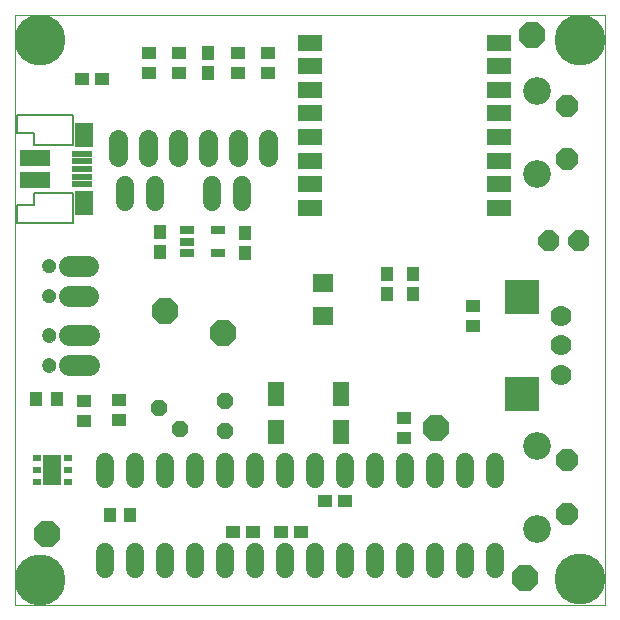
<source format=gbs>
G75*
%MOIN*%
%OFA0B0*%
%FSLAX24Y24*%
%IPPOS*%
%LPD*%
%AMOC8*
5,1,8,0,0,1.08239X$1,22.5*
%
%ADD10C,0.0000*%
%ADD11R,0.0670X0.0591*%
%ADD12R,0.0434X0.0473*%
%ADD13R,0.0473X0.0434*%
%ADD14R,0.0512X0.0257*%
%ADD15R,0.0552X0.0788*%
%ADD16R,0.0713X0.0197*%
%ADD17R,0.0615X0.0827*%
%ADD18R,0.1024X0.0581*%
%ADD19C,0.0050*%
%ADD20C,0.0600*%
%ADD21OC8,0.0700*%
%ADD22OC8,0.0890*%
%ADD23OC8,0.0740*%
%ADD24C,0.0925*%
%ADD25C,0.0700*%
%ADD26R,0.1142X0.1142*%
%ADD27C,0.0640*%
%ADD28C,0.0690*%
%ADD29C,0.0473*%
%ADD30OC8,0.0560*%
%ADD31R,0.0276X0.0197*%
%ADD32R,0.0631X0.0985*%
%ADD33R,0.0827X0.0552*%
%ADD34C,0.1700*%
D10*
X000350Y000350D02*
X000350Y020035D01*
X020035Y020035D01*
X020035Y000350D01*
X000350Y000350D01*
X001267Y008344D02*
X001269Y008373D01*
X001275Y008401D01*
X001284Y008429D01*
X001297Y008455D01*
X001314Y008478D01*
X001333Y008500D01*
X001355Y008519D01*
X001380Y008534D01*
X001406Y008547D01*
X001434Y008555D01*
X001462Y008560D01*
X001491Y008561D01*
X001520Y008558D01*
X001548Y008551D01*
X001575Y008541D01*
X001601Y008527D01*
X001624Y008510D01*
X001645Y008490D01*
X001663Y008467D01*
X001678Y008442D01*
X001689Y008415D01*
X001697Y008387D01*
X001701Y008358D01*
X001701Y008330D01*
X001697Y008301D01*
X001689Y008273D01*
X001678Y008246D01*
X001663Y008221D01*
X001645Y008198D01*
X001624Y008178D01*
X001601Y008161D01*
X001575Y008147D01*
X001548Y008137D01*
X001520Y008130D01*
X001491Y008127D01*
X001462Y008128D01*
X001434Y008133D01*
X001406Y008141D01*
X001380Y008154D01*
X001355Y008169D01*
X001333Y008188D01*
X001314Y008210D01*
X001297Y008233D01*
X001284Y008259D01*
X001275Y008287D01*
X001269Y008315D01*
X001267Y008344D01*
X001267Y009344D02*
X001269Y009373D01*
X001275Y009401D01*
X001284Y009429D01*
X001297Y009455D01*
X001314Y009478D01*
X001333Y009500D01*
X001355Y009519D01*
X001380Y009534D01*
X001406Y009547D01*
X001434Y009555D01*
X001462Y009560D01*
X001491Y009561D01*
X001520Y009558D01*
X001548Y009551D01*
X001575Y009541D01*
X001601Y009527D01*
X001624Y009510D01*
X001645Y009490D01*
X001663Y009467D01*
X001678Y009442D01*
X001689Y009415D01*
X001697Y009387D01*
X001701Y009358D01*
X001701Y009330D01*
X001697Y009301D01*
X001689Y009273D01*
X001678Y009246D01*
X001663Y009221D01*
X001645Y009198D01*
X001624Y009178D01*
X001601Y009161D01*
X001575Y009147D01*
X001548Y009137D01*
X001520Y009130D01*
X001491Y009127D01*
X001462Y009128D01*
X001434Y009133D01*
X001406Y009141D01*
X001380Y009154D01*
X001355Y009169D01*
X001333Y009188D01*
X001314Y009210D01*
X001297Y009233D01*
X001284Y009259D01*
X001275Y009287D01*
X001269Y009315D01*
X001267Y009344D01*
X001259Y010670D02*
X001261Y010699D01*
X001267Y010727D01*
X001276Y010755D01*
X001289Y010781D01*
X001306Y010804D01*
X001325Y010826D01*
X001347Y010845D01*
X001372Y010860D01*
X001398Y010873D01*
X001426Y010881D01*
X001454Y010886D01*
X001483Y010887D01*
X001512Y010884D01*
X001540Y010877D01*
X001567Y010867D01*
X001593Y010853D01*
X001616Y010836D01*
X001637Y010816D01*
X001655Y010793D01*
X001670Y010768D01*
X001681Y010741D01*
X001689Y010713D01*
X001693Y010684D01*
X001693Y010656D01*
X001689Y010627D01*
X001681Y010599D01*
X001670Y010572D01*
X001655Y010547D01*
X001637Y010524D01*
X001616Y010504D01*
X001593Y010487D01*
X001567Y010473D01*
X001540Y010463D01*
X001512Y010456D01*
X001483Y010453D01*
X001454Y010454D01*
X001426Y010459D01*
X001398Y010467D01*
X001372Y010480D01*
X001347Y010495D01*
X001325Y010514D01*
X001306Y010536D01*
X001289Y010559D01*
X001276Y010585D01*
X001267Y010613D01*
X001261Y010641D01*
X001259Y010670D01*
X001259Y011670D02*
X001261Y011699D01*
X001267Y011727D01*
X001276Y011755D01*
X001289Y011781D01*
X001306Y011804D01*
X001325Y011826D01*
X001347Y011845D01*
X001372Y011860D01*
X001398Y011873D01*
X001426Y011881D01*
X001454Y011886D01*
X001483Y011887D01*
X001512Y011884D01*
X001540Y011877D01*
X001567Y011867D01*
X001593Y011853D01*
X001616Y011836D01*
X001637Y011816D01*
X001655Y011793D01*
X001670Y011768D01*
X001681Y011741D01*
X001689Y011713D01*
X001693Y011684D01*
X001693Y011656D01*
X001689Y011627D01*
X001681Y011599D01*
X001670Y011572D01*
X001655Y011547D01*
X001637Y011524D01*
X001616Y011504D01*
X001593Y011487D01*
X001567Y011473D01*
X001540Y011463D01*
X001512Y011456D01*
X001483Y011453D01*
X001454Y011454D01*
X001426Y011459D01*
X001398Y011467D01*
X001372Y011480D01*
X001347Y011495D01*
X001325Y011514D01*
X001306Y011536D01*
X001289Y011559D01*
X001276Y011585D01*
X001267Y011613D01*
X001261Y011641D01*
X001259Y011670D01*
D11*
X010635Y011106D03*
X010635Y010003D03*
D12*
X012755Y010712D03*
X012755Y011381D03*
X013618Y011377D03*
X013618Y010708D03*
X008032Y012093D03*
X008032Y012762D03*
X005179Y012786D03*
X005179Y012117D03*
X001741Y007228D03*
X001072Y007228D03*
X003515Y003350D03*
X004185Y003350D03*
X006789Y018089D03*
X006789Y018758D03*
D13*
X007787Y018758D03*
X008807Y018758D03*
X008807Y018089D03*
X007787Y018089D03*
X005812Y018089D03*
X004812Y018089D03*
X004812Y018758D03*
X005812Y018758D03*
X003258Y017886D03*
X002589Y017886D03*
X015613Y010319D03*
X015613Y009650D03*
X013327Y006585D03*
X013327Y005916D03*
X011372Y003824D03*
X010703Y003824D03*
X009905Y002795D03*
X009236Y002795D03*
X008277Y002805D03*
X007608Y002805D03*
X003812Y006508D03*
X002669Y006501D03*
X002669Y007170D03*
X003812Y007177D03*
D14*
X006095Y012096D03*
X006095Y012470D03*
X006095Y012844D03*
X007119Y012844D03*
X007119Y012096D03*
D15*
X009049Y007385D03*
X011214Y007385D03*
X011214Y006125D03*
X009049Y006125D03*
D16*
X002598Y014382D03*
X002598Y014638D03*
X002598Y014894D03*
X002598Y015150D03*
X002598Y015406D03*
D17*
X002649Y016036D03*
X002649Y013752D03*
D18*
X001011Y014525D03*
X001011Y015263D03*
D19*
X000980Y015675D02*
X002287Y015675D01*
X002287Y016688D01*
X001267Y016688D01*
X001271Y016688D01*
X000440Y016688D01*
X000437Y016104D01*
X000980Y016104D01*
X000980Y015675D01*
X000980Y014107D02*
X002287Y014107D01*
X002287Y013093D01*
X001267Y013093D01*
X001267Y013092D01*
X000437Y013092D01*
X000437Y013677D01*
X000980Y013677D01*
X000980Y014107D01*
D20*
X004021Y014350D02*
X004021Y013790D01*
X005021Y013790D02*
X005021Y014350D01*
X006916Y014343D02*
X006916Y013783D01*
X007916Y013783D02*
X007916Y014343D01*
X008350Y005130D02*
X008350Y004570D01*
X009350Y004570D02*
X009350Y005130D01*
X010350Y005130D02*
X010350Y004570D01*
X011350Y004570D02*
X011350Y005130D01*
X012350Y005130D02*
X012350Y004570D01*
X013350Y004570D02*
X013350Y005130D01*
X014350Y005130D02*
X014350Y004570D01*
X015350Y004570D02*
X015350Y005130D01*
X016350Y005130D02*
X016350Y004570D01*
X016350Y002130D02*
X016350Y001570D01*
X015350Y001570D02*
X015350Y002130D01*
X014350Y002130D02*
X014350Y001570D01*
X013350Y001570D02*
X013350Y002130D01*
X012350Y002130D02*
X012350Y001570D01*
X011350Y001570D02*
X011350Y002130D01*
X010350Y002130D02*
X010350Y001570D01*
X009350Y001570D02*
X009350Y002130D01*
X008350Y002130D02*
X008350Y001570D01*
X007350Y001570D02*
X007350Y002130D01*
X006350Y002130D02*
X006350Y001570D01*
X005350Y001570D02*
X005350Y002130D01*
X004350Y002130D02*
X004350Y001570D01*
X003350Y001570D02*
X003350Y002130D01*
X003350Y004570D02*
X003350Y005130D01*
X004350Y005130D02*
X004350Y004570D01*
X005350Y004570D02*
X005350Y005130D01*
X006350Y005130D02*
X006350Y004570D01*
X007350Y004570D02*
X007350Y005130D01*
D21*
X018157Y012502D03*
X019157Y012502D03*
D22*
X014380Y006269D03*
X007280Y009422D03*
X005350Y010143D03*
X001413Y002712D03*
X017371Y001258D03*
X017600Y019350D03*
D23*
X018753Y016988D03*
X018753Y015208D03*
X018753Y005177D03*
X018753Y003397D03*
D24*
X017773Y002907D03*
X017773Y005667D03*
X017773Y014718D03*
X017773Y017478D03*
D25*
X018568Y009996D03*
X018568Y009011D03*
X018568Y008027D03*
D26*
X017268Y007397D03*
X017268Y010626D03*
D27*
X008804Y015289D02*
X008804Y015889D01*
X007804Y015889D02*
X007804Y015289D01*
X006804Y015289D02*
X006804Y015889D01*
X005804Y015889D02*
X005804Y015289D01*
X004804Y015289D02*
X004804Y015889D01*
X003804Y015889D02*
X003804Y015289D01*
D28*
X002801Y011670D02*
X002151Y011670D01*
X002151Y010670D02*
X002801Y010670D01*
X002809Y009344D02*
X002160Y009344D01*
X002160Y008344D02*
X002809Y008344D01*
D29*
X001484Y008344D03*
X001484Y009344D03*
X001476Y010670D03*
X001476Y011670D03*
D30*
X007351Y007170D03*
X007351Y006170D03*
X005853Y006230D03*
X005153Y006930D03*
D31*
X002112Y005244D03*
X002112Y004850D03*
X002112Y004456D03*
X001088Y004456D03*
X001088Y004850D03*
X001088Y005244D03*
D32*
X001600Y004850D03*
D33*
X010200Y013594D03*
X010200Y014381D03*
X010200Y015169D03*
X010200Y015956D03*
X010200Y016744D03*
X010200Y017531D03*
X010200Y018319D03*
X010200Y019106D03*
X016500Y019106D03*
X016500Y018319D03*
X016500Y017531D03*
X016500Y016744D03*
X016500Y015956D03*
X016500Y015169D03*
X016500Y014381D03*
X016500Y013594D03*
D34*
X019182Y019177D03*
X001201Y019175D03*
X001200Y001200D03*
X019179Y001212D03*
M02*

</source>
